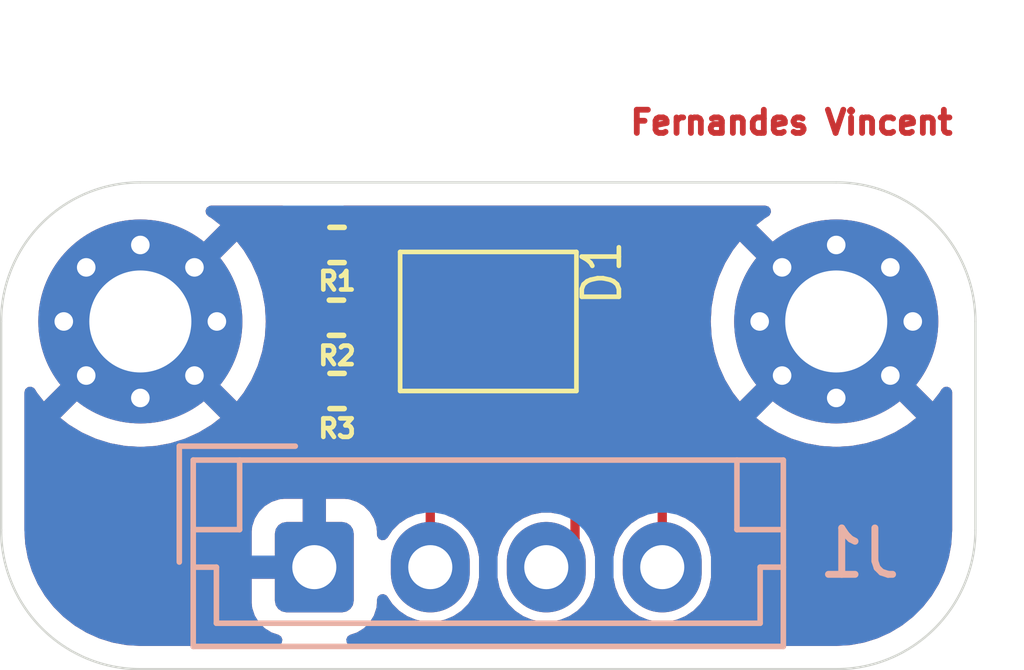
<source format=kicad_pcb>
(kicad_pcb (version 20240108) (generator "pcbnew") (generator_version "8.0")
  (layers (0 "F.Cu" signal) (31 "B.Cu" signal) (34 "B.Paste" user) (35 "F.Paste" user) (36 "B.SilkS" user "B.Silkscreen") (37 "F.SilkS" user "F.Silkscreen") (38 "B.Mask" user) (39 "F.Mask" user) (44 "Edge.Cuts" user))
  (net 0 "")
  (net 1 "Net-(D1-GK)")
  (net 2 "Net-(D1-RK)")
  (net 3 "+5V")
  (net 4 "Net-(D1-BK)")
  (net 5 "Net-(D1-RA)")
  (net 6 "Net-(D1-GA)")
  (net 7 "Net-(D1-BA)")
  (footprint "Resistor_SMD:R_0402_1005Metric" (layer "F.Cu") (at 49.2275 87.92 180)
    (property "Reference" "R2" (at -0.0125 -0.82 180) (layer "F.SilkS") (effects (font (size 0.4 0.4) (thickness 0.1))))
    (property "Value" "170")
    (fp_line (start -0.153641 0.38) (end 0.153641 0.38) (stroke (width 0.12)) (layer "F.SilkS"))
    (fp_line (start -0.153641 -0.38) (end 0.153641 -0.38) (stroke (width 0.12)) (layer "F.SilkS"))
    (pad "1" smd roundrect (at -0.51 0 180) (size 0.54 0.64) (layers "F.Cu" "F.Paste" "F.Mask") (net 6 "Net-(D1-GA)"))
    (pad "2" smd roundrect (at 0.51 0 180) (size 0.54 0.64) (layers "F.Cu" "F.Paste" "F.Mask") (net 3 "+5V"))
  )
  (footprint "MountingHole:MountingHole_2.2mm_M2_Pad_Via" (layer "F.Cu") (at 60 88 90)
    (property "Reference" "H3" (hide yes))
    (property "Value" "MountingHole_Pad")
    (pad "1" thru_hole circle (at -1.65 0 90) (size 0.7 0.7) (drill 0.4) (layers "*.Cu" "*.Mask") (net 3 "+5V"))
    (pad "1" thru_hole circle (at -1.166726 -1.166726 90) (size 0.7 0.7) (drill 0.4) (layers "*.Cu" "*.Mask") (net 3 "+5V"))
    (pad "1" thru_hole circle (at -1.166726 1.166726 90) (size 0.7 0.7) (drill 0.4) (layers "*.Cu" "*.Mask") (net 3 "+5V"))
    (pad "1" thru_hole circle (at 0 -1.65 90) (size 0.7 0.7) (drill 0.4) (layers "*.Cu" "*.Mask") (net 3 "+5V"))
    (pad "1" thru_hole circle (at 0 0 90) (size 4.4 4.4) (drill 2.2) (layers "*.Cu" "*.Mask") (net 3 "+5V"))
    (pad "1" thru_hole circle (at 0 1.65 90) (size 0.7 0.7) (drill 0.4) (layers "*.Cu" "*.Mask") (net 3 "+5V"))
    (pad "1" thru_hole circle (at 1.166726 -1.166726 90) (size 0.7 0.7) (drill 0.4) (layers "*.Cu" "*.Mask") (net 3 "+5V"))
    (pad "1" thru_hole circle (at 1.166726 1.166726 90) (size 0.7 0.7) (drill 0.4) (layers "*.Cu" "*.Mask") (net 3 "+5V"))
    (pad "1" thru_hole circle (at 1.65 0 90) (size 0.7 0.7) (drill 0.4) (layers "*.Cu" "*.Mask") (net 3 "+5V"))
  )
  (footprint "Resistor_SMD:R_0402_1005Metric" (layer "F.Cu") (at 49.24 86.35 180)
    (property "Reference" "R1" (at 0 -0.78 180) (layer "F.SilkS") (effects (font (size 0.4 0.4) (thickness 0.1))))
    (property "Value" "120")
    (fp_line (start -0.153641 0.38) (end 0.153641 0.38) (stroke (width 0.12)) (layer "F.SilkS"))
    (fp_line (start -0.153641 -0.38) (end 0.153641 -0.38) (stroke (width 0.12)) (layer "F.SilkS"))
    (pad "1" smd roundrect (at -0.51 0 180) (size 0.54 0.64) (layers "F.Cu" "F.Paste" "F.Mask") (net 5 "Net-(D1-RA)"))
    (pad "2" smd roundrect (at 0.51 0 180) (size 0.54 0.64) (layers "F.Cu" "F.Paste" "F.Mask") (net 3 "+5V"))
  )
  (footprint "MountingHole:MountingHole_2.2mm_M2_Pad_Via" (layer "F.Cu") (at 45 88 90)
    (property "Reference" "H4" (hide yes))
    (property "Value" "MountingHole_Pad")
    (pad "1" thru_hole circle (at -1.65 0 90) (size 0.7 0.7) (drill 0.4) (layers "*.Cu" "*.Mask") (net 3 "+5V"))
    (pad "1" thru_hole circle (at -1.166726 -1.166726 90) (size 0.7 0.7) (drill 0.4) (layers "*.Cu" "*.Mask") (net 3 "+5V"))
    (pad "1" thru_hole circle (at -1.166726 1.166726 90) (size 0.7 0.7) (drill 0.4) (layers "*.Cu" "*.Mask") (net 3 "+5V"))
    (pad "1" thru_hole circle (at 0 -1.65 90) (size 0.7 0.7) (drill 0.4) (layers "*.Cu" "*.Mask") (net 3 "+5V"))
    (pad "1" thru_hole circle (at 0 0 90) (size 4.4 4.4) (drill 2.2) (layers "*.Cu" "*.Mask") (net 3 "+5V"))
    (pad "1" thru_hole circle (at 0 1.65 90) (size 0.7 0.7) (drill 0.4) (layers "*.Cu" "*.Mask") (net 3 "+5V"))
    (pad "1" thru_hole circle (at 1.166726 -1.166726 90) (size 0.7 0.7) (drill 0.4) (layers "*.Cu" "*.Mask") (net 3 "+5V"))
    (pad "1" thru_hole circle (at 1.166726 1.166726 90) (size 0.7 0.7) (drill 0.4) (layers "*.Cu" "*.Mask") (net 3 "+5V"))
    (pad "1" thru_hole circle (at 1.65 0 90) (size 0.7 0.7) (drill 0.4) (layers "*.Cu" "*.Mask") (net 3 "+5V"))
  )
  (footprint "Resistor_SMD:R_0402_1005Metric" (layer "F.Cu") (at 49.24 89.5 180)
    (property "Reference" "R3" (at 0 -0.81 180) (layer "F.SilkS") (effects (font (size 0.4 0.4) (thickness 0.1))))
    (property "Value" "170")
    (fp_line (start -0.153641 0.38) (end 0.153641 0.38) (stroke (width 0.12)) (layer "F.SilkS"))
    (fp_line (start -0.153641 -0.38) (end 0.153641 -0.38) (stroke (width 0.12)) (layer "F.SilkS"))
    (pad "1" smd roundrect (at -0.51 0 180) (size 0.54 0.64) (layers "F.Cu" "F.Paste" "F.Mask") (net 7 "Net-(D1-BA)"))
    (pad "2" smd roundrect (at 0.51 0 180) (size 0.54 0.64) (layers "F.Cu" "F.Paste" "F.Mask") (net 3 "+5V"))
  )
  (footprint "LibLED:LED RGB" (layer "F.Cu") (at 52.5 88)
    (property "Reference" "D1" (at 2.45 -1.05 90) (layer "F.SilkS") (effects (font (size 0.8 0.7) (thickness 0.1))))
    (property "Value" "LED_RGB")
    (fp_line (start -1.9 -1.5) (end 1.9 -1.5) (stroke (width 0.1)) (layer "F.SilkS"))
    (fp_line (start -1.9 1.5) (end -1.9 -1.5) (stroke (width 0.1)) (layer "F.SilkS"))
    (fp_line (start 1.9 -1.5) (end 1.9 1.5) (stroke (width 0.1)) (layer "F.SilkS"))
    (fp_line (start 1.9 1.5) (end -1.9 1.5) (stroke (width 0.1)) (layer "F.SilkS"))
    (pad "1" smd roundrect (at -1.1 -0.9) (size 0.88 0.52) (layers "F.Cu" "F.Paste" "F.Mask") (net 5 "Net-(D1-RA)"))
    (pad "2" smd roundrect (at 1.13 -0.9) (size 0.88 0.52) (layers "F.Cu" "F.Paste" "F.Mask") (net 2 "Net-(D1-RK)"))
    (pad "3" smd roundrect (at -1.1 -0.015) (size 0.88 0.52) (layers "F.Cu" "F.Paste" "F.Mask") (net 6 "Net-(D1-GA)"))
    (pad "4" smd roundrect (at 1.13 -0.015) (size 0.88 0.52) (layers "F.Cu" "F.Paste" "F.Mask") (net 1 "Net-(D1-GK)"))
    (pad "5" smd roundrect (at -1.1 0.8705) (size 0.88 0.52) (layers "F.Cu" "F.Paste" "F.Mask") (net 7 "Net-(D1-BA)"))
    (pad "6" smd roundrect (at 1.13 0.8705) (size 0.88 0.52) (layers "F.Cu" "F.Paste" "F.Mask") (net 4 "Net-(D1-BK)"))
  )
  (footprint "Connector_JST:JST_EH_B4B-EH-A_1x04_P2.50mm_Vertical" (layer "B.Cu") (at 48.75 93.3)
    (property "Reference" "J1" (at 11.75 -0.3 0) (layer "B.SilkS") (effects (justify mirror)))
    (property "Value" "Conn_01x04")
    (fp_line (start -2.91 -2.61) (end -2.91 -0.11) (stroke (width 0.12)) (layer "B.SilkS"))
    (fp_line (start -2.61 -2.31) (end -2.61 1.71) (stroke (width 0.12)) (layer "B.SilkS"))
    (fp_line (start -2.61 1.71) (end 10.11 1.71) (stroke (width 0.12)) (layer "B.SilkS"))
    (fp_line (start -2.11 0) (end -2.61 0) (stroke (width 0.12)) (layer "B.SilkS"))
    (fp_line (start -2.11 1.21) (end -2.11 0) (stroke (width 0.12)) (layer "B.SilkS"))
    (fp_line (start -1.61 -2.31) (end -1.61 -0.81) (stroke (width 0.12)) (layer "B.SilkS"))
    (fp_line (start -1.61 -0.81) (end -2.61 -0.81) (stroke (width 0.12)) (layer "B.SilkS"))
    (fp_line (start -0.41 -2.61) (end -2.91 -2.61) (stroke (width 0.12)) (layer "B.SilkS"))
    (fp_line (start 9.11 -2.31) (end 9.11 -0.81) (stroke (width 0.12)) (layer "B.SilkS"))
    (fp_line (start 9.11 -0.81) (end 10.11 -0.81) (stroke (width 0.12)) (layer "B.SilkS"))
    (fp_line (start 9.61 0) (end 9.61 1.21) (stroke (width 0.12)) (layer "B.SilkS"))
    (fp_line (start 9.61 1.21) (end -2.11 1.21) (stroke (width 0.12)) (layer "B.SilkS"))
    (fp_line (start 10.11 -2.31) (end -2.61 -2.31) (stroke (width 0.12)) (layer "B.SilkS"))
    (fp_line (start 10.11 0) (end 9.61 0) (stroke (width 0.12)) (layer "B.SilkS"))
    (fp_line (start 10.11 1.71) (end 10.11 -2.31) (stroke (width 0.12)) (layer "B.SilkS"))
    (pad "1" thru_hole roundrect (at 0 0) (size 1.7 1.95) (drill 0.95) (layers "*.Cu" "*.Mask") (roundrect_rratio 0.147059) (net 3 "+5V"))
    (pad "2" thru_hole oval (at 2.5 0) (size 1.7 1.95) (drill 0.95) (layers "*.Cu" "*.Mask") (net 4 "Net-(D1-BK)"))
    (pad "3" thru_hole oval (at 5 0) (size 1.7 1.95) (drill 0.95) (layers "*.Cu" "*.Mask") (net 1 "Net-(D1-GK)"))
    (pad "4" thru_hole oval (at 7.5 0) (size 1.7 1.95) (drill 0.95) (layers "*.Cu" "*.Mask") (net 2 "Net-(D1-RK)"))
  )
  (gr_line (start 60 85) (end 45 85) (stroke (width 0.05)) (layer "Edge.Cuts"))
  (gr_arc (start 45 95.5) (mid 42.87868 94.62132) (end 42 92.5) (stroke (width 0.05)) (layer "Edge.Cuts"))
  (gr_arc (start 63 92.5) (mid 62.12132 94.62132) (end 60 95.5) (stroke (width 0.05)) (layer "Edge.Cuts"))
  (gr_line (start 42 92.5) (end 42 88) (stroke (width 0.05)) (layer "Edge.Cuts"))
  (gr_arc (start 60 85) (mid 62.12132 85.87868) (end 63 88) (stroke (width 0.05)) (layer "Edge.Cuts"))
  (gr_line (start 63 88) (end 63 92.5) (stroke (width 0.05)) (layer "Edge.Cuts"))
  (gr_line (start 60 95.5) (end 45 95.5) (stroke (width 0.05)) (layer "Edge.Cuts"))
  (gr_arc (start 42 88) (mid 42.87868 85.87868) (end 45 85) (stroke (width 0.05)) (layer "Edge.Cuts"))
  (gr_text "Fernandes Vincent" (at 55.5 84 0) (layer "F.Cu") (effects (font (size 0.5 0.5) (thickness 0.125) (bold yes)) (justify left bottom)))
  (segment (start 53.75 93.3) (end 54.37 92.68) (width 0.2) (layer "F.Cu") (net 1))
  (segment (start 54.37 88.285) (end 54.07 87.985) (width 0.2) (layer "F.Cu") (net 1))
  (segment (start 54.07 87.985) (end 53.63 87.985) (width 0.2) (layer "F.Cu") (net 1))
  (segment (start 54.37 92.68) (end 54.37 88.285) (width 0.2) (layer "F.Cu") (net 1))
  (segment (start 56.25 93.3) (end 56.25 89.28) (width 0.2) (layer "F.Cu") (net 2))
  (segment (start 54.07 87.1) (end 53.63 87.1) (width 0.2) (layer "F.Cu") (net 2))
  (segment (start 56.25 89.28) (end 54.07 87.1) (width 0.2) (layer "F.Cu") (net 2))
  (segment (start 51.25 91.2505) (end 53.63 88.8705) (width 0.2) (layer "F.Cu") (net 4))
  (segment (start 51.25 93.3) (end 51.25 91.2505) (width 0.2) (layer "F.Cu") (net 4))
  (segment (start 50.5 87.1) (end 49.75 86.35) (width 0.2) (layer "F.Cu") (net 5))
  (segment (start 51.4 87.1) (end 50.5 87.1) (width 0.2) (layer "F.Cu") (net 5))
  (segment (start 49.7375 87.92) (end 51.335 87.92) (width 0.2) (layer "F.Cu") (net 6))
  (segment (start 51.335 87.92) (end 51.4 87.985) (width 0.2) (layer "F.Cu") (net 6))
  (segment (start 49.75 89.5) (end 50.7705 89.5) (width 0.2) (layer "F.Cu") (net 7))
  (segment (start 50.7705 89.5) (end 51.4 88.8705) (width 0.2) (layer "F.Cu") (net 7))
  (zone (net 3) (net_name "+5V") (layer "F.Cu") (priority 1) (connect_pads (clearance 0.2)) (min_thickness 0.25) (fill yes (thermal_gap 0.5) (thermal_bridge_width 0.5))
    (polygon (pts (xy 42 85) (xy 63 85) (xy 63 95.5) (xy 42 95.5)))
  )
  (zone (net 3) (net_name "+5V") (layer "B.Cu") (connect_pads (clearance 0.2)) (min_thickness 0.25) (fill yes (thermal_gap 0.5) (thermal_bridge_width 0.5))
    (polygon (pts (xy 42 85) (xy 63 85) (xy 63 95.5) (xy 42 95.5)))
  )
)
</source>
